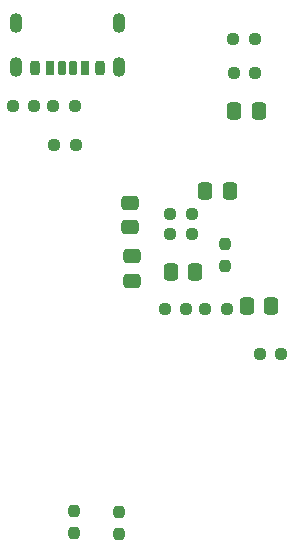
<source format=gtp>
%TF.GenerationSoftware,KiCad,Pcbnew,7.0.9*%
%TF.CreationDate,2024-02-03T19:56:04+01:00*%
%TF.ProjectId,BPN,42504e2e-6b69-4636-9164-5f7063625858,29.01.2024*%
%TF.SameCoordinates,Original*%
%TF.FileFunction,Paste,Top*%
%TF.FilePolarity,Positive*%
%FSLAX46Y46*%
G04 Gerber Fmt 4.6, Leading zero omitted, Abs format (unit mm)*
G04 Created by KiCad (PCBNEW 7.0.9) date 2024-02-03 19:56:04*
%MOMM*%
%LPD*%
G01*
G04 APERTURE LIST*
G04 Aperture macros list*
%AMRoundRect*
0 Rectangle with rounded corners*
0 $1 Rounding radius*
0 $2 $3 $4 $5 $6 $7 $8 $9 X,Y pos of 4 corners*
0 Add a 4 corners polygon primitive as box body*
4,1,4,$2,$3,$4,$5,$6,$7,$8,$9,$2,$3,0*
0 Add four circle primitives for the rounded corners*
1,1,$1+$1,$2,$3*
1,1,$1+$1,$4,$5*
1,1,$1+$1,$6,$7*
1,1,$1+$1,$8,$9*
0 Add four rect primitives between the rounded corners*
20,1,$1+$1,$2,$3,$4,$5,0*
20,1,$1+$1,$4,$5,$6,$7,0*
20,1,$1+$1,$6,$7,$8,$9,0*
20,1,$1+$1,$8,$9,$2,$3,0*%
G04 Aperture macros list end*
%ADD10RoundRect,0.237500X0.237500X-0.250000X0.237500X0.250000X-0.237500X0.250000X-0.237500X-0.250000X0*%
%ADD11RoundRect,0.250000X-0.475000X0.337500X-0.475000X-0.337500X0.475000X-0.337500X0.475000X0.337500X0*%
%ADD12RoundRect,0.250000X0.337500X0.475000X-0.337500X0.475000X-0.337500X-0.475000X0.337500X-0.475000X0*%
%ADD13RoundRect,0.237500X0.250000X0.237500X-0.250000X0.237500X-0.250000X-0.237500X0.250000X-0.237500X0*%
%ADD14RoundRect,0.237500X-0.250000X-0.237500X0.250000X-0.237500X0.250000X0.237500X-0.250000X0.237500X0*%
%ADD15RoundRect,0.250000X-0.337500X-0.475000X0.337500X-0.475000X0.337500X0.475000X-0.337500X0.475000X0*%
%ADD16RoundRect,0.175000X0.175000X0.425000X-0.175000X0.425000X-0.175000X-0.425000X0.175000X-0.425000X0*%
%ADD17RoundRect,0.190000X-0.190000X-0.410000X0.190000X-0.410000X0.190000X0.410000X-0.190000X0.410000X0*%
%ADD18RoundRect,0.200000X-0.200000X-0.400000X0.200000X-0.400000X0.200000X0.400000X-0.200000X0.400000X0*%
%ADD19RoundRect,0.175000X-0.175000X-0.425000X0.175000X-0.425000X0.175000X0.425000X-0.175000X0.425000X0*%
%ADD20RoundRect,0.190000X0.190000X0.410000X-0.190000X0.410000X-0.190000X-0.410000X0.190000X-0.410000X0*%
%ADD21RoundRect,0.200000X0.200000X0.400000X-0.200000X0.400000X-0.200000X-0.400000X0.200000X-0.400000X0*%
%ADD22O,1.100000X1.700000*%
%ADD23RoundRect,0.250000X0.475000X-0.337500X0.475000X0.337500X-0.475000X0.337500X-0.475000X-0.337500X0*%
G04 APERTURE END LIST*
D10*
%TO.C,R8*%
X160385000Y-69287500D03*
X160385000Y-67462500D03*
%TD*%
D11*
%TO.C,C3*%
X152335000Y-63937500D03*
X152335000Y-66012500D03*
%TD*%
D12*
%TO.C,C1*%
X160772500Y-62925000D03*
X158697500Y-62925000D03*
%TD*%
D13*
%TO.C,R10*%
X157535000Y-66625000D03*
X155710000Y-66625000D03*
%TD*%
%TO.C,R1*%
X144207500Y-55736409D03*
X142382500Y-55736409D03*
%TD*%
D10*
%TO.C,R7*%
X151385000Y-91987500D03*
X151385000Y-90162500D03*
%TD*%
D14*
%TO.C,R4*%
X161035000Y-50056409D03*
X162860000Y-50056409D03*
%TD*%
%TO.C,R2*%
X145822500Y-55736409D03*
X147647500Y-55736409D03*
%TD*%
D15*
%TO.C,C2*%
X161147500Y-56156409D03*
X163222500Y-56156409D03*
%TD*%
D13*
%TO.C,R12*%
X160497500Y-72925000D03*
X158672500Y-72925000D03*
%TD*%
D14*
%TO.C,R13*%
X163285000Y-76725000D03*
X165110000Y-76725000D03*
%TD*%
D12*
%TO.C,C6*%
X164272500Y-72675000D03*
X162197500Y-72675000D03*
%TD*%
D14*
%TO.C,R3*%
X145872500Y-59075000D03*
X147697500Y-59075000D03*
%TD*%
D16*
%TO.C,J1*%
X147515000Y-52560000D03*
D17*
X145495000Y-52560000D03*
D18*
X144265000Y-52560000D03*
D19*
X146515000Y-52560000D03*
D20*
X148535000Y-52560000D03*
D21*
X149765000Y-52560000D03*
D22*
X151335000Y-52480000D03*
X151335000Y-48680000D03*
X142695000Y-52480000D03*
X142695000Y-48680000D03*
%TD*%
D23*
%TO.C,C5*%
X152485000Y-70562500D03*
X152485000Y-68487500D03*
%TD*%
D14*
%TO.C,R9*%
X155710000Y-64925000D03*
X157535000Y-64925000D03*
%TD*%
D10*
%TO.C,R6*%
X147535000Y-91887500D03*
X147535000Y-90062500D03*
%TD*%
D14*
%TO.C,R5*%
X161072500Y-52956409D03*
X162897500Y-52956409D03*
%TD*%
%TO.C,R11*%
X155260000Y-72925000D03*
X157085000Y-72925000D03*
%TD*%
D15*
%TO.C,C4*%
X155747500Y-69775000D03*
X157822500Y-69775000D03*
%TD*%
M02*

</source>
